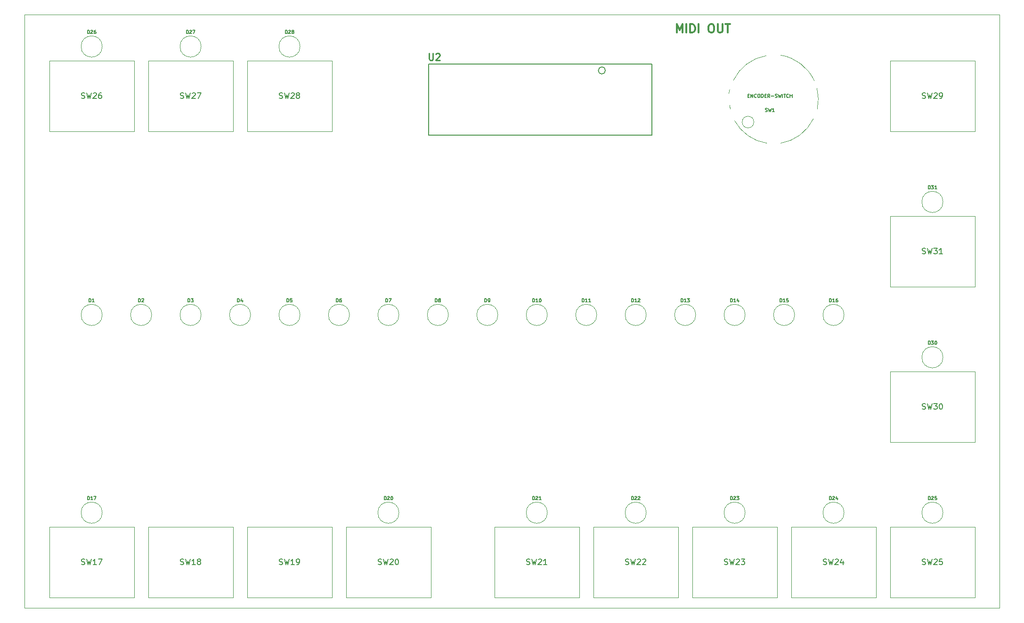
<source format=gbr>
G04 #@! TF.GenerationSoftware,KiCad,Pcbnew,(5.1.2)-1*
G04 #@! TF.CreationDate,2019-06-10T13:07:47+02:00*
G04 #@! TF.ProjectId,YASS_v3,59415353-5f76-4332-9e6b-696361645f70,rev?*
G04 #@! TF.SameCoordinates,Original*
G04 #@! TF.FileFunction,Legend,Top*
G04 #@! TF.FilePolarity,Positive*
%FSLAX46Y46*%
G04 Gerber Fmt 4.6, Leading zero omitted, Abs format (unit mm)*
G04 Created by KiCad (PCBNEW (5.1.2)-1) date 2019-06-10 13:07:47*
%MOMM*%
%LPD*%
G04 APERTURE LIST*
%ADD10C,0.300000*%
%ADD11C,0.050000*%
%ADD12C,0.120000*%
%ADD13C,0.127000*%
%ADD14C,0.150000*%
%ADD15C,0.254000*%
G04 APERTURE END LIST*
D10*
X185821428Y-51478571D02*
X185821428Y-49978571D01*
X186321428Y-51050000D01*
X186821428Y-49978571D01*
X186821428Y-51478571D01*
X187535714Y-51478571D02*
X187535714Y-49978571D01*
X188250000Y-51478571D02*
X188250000Y-49978571D01*
X188607142Y-49978571D01*
X188821428Y-50050000D01*
X188964285Y-50192857D01*
X189035714Y-50335714D01*
X189107142Y-50621428D01*
X189107142Y-50835714D01*
X189035714Y-51121428D01*
X188964285Y-51264285D01*
X188821428Y-51407142D01*
X188607142Y-51478571D01*
X188250000Y-51478571D01*
X189750000Y-51478571D02*
X189750000Y-49978571D01*
X191892857Y-49978571D02*
X192178571Y-49978571D01*
X192321428Y-50050000D01*
X192464285Y-50192857D01*
X192535714Y-50478571D01*
X192535714Y-50978571D01*
X192464285Y-51264285D01*
X192321428Y-51407142D01*
X192178571Y-51478571D01*
X191892857Y-51478571D01*
X191750000Y-51407142D01*
X191607142Y-51264285D01*
X191535714Y-50978571D01*
X191535714Y-50478571D01*
X191607142Y-50192857D01*
X191750000Y-50050000D01*
X191892857Y-49978571D01*
X193178571Y-49978571D02*
X193178571Y-51192857D01*
X193250000Y-51335714D01*
X193321428Y-51407142D01*
X193464285Y-51478571D01*
X193750000Y-51478571D01*
X193892857Y-51407142D01*
X193964285Y-51335714D01*
X194035714Y-51192857D01*
X194035714Y-49978571D01*
X194535714Y-49978571D02*
X195392857Y-49978571D01*
X194964285Y-51478571D02*
X194964285Y-49978571D01*
D11*
X68580000Y-154940000D02*
X68580000Y-48260000D01*
X243840000Y-154940000D02*
X68580000Y-154940000D01*
X68580000Y-48260000D02*
X243840000Y-48260000D01*
X243840000Y-48260000D02*
X243840000Y-154940000D01*
D12*
X199675269Y-67564000D02*
G75*
G03X199675269Y-67564000I-1047269J0D01*
G01*
X195455703Y-65248711D02*
G75*
G02X195326001Y-64515999I7744297J1748711D01*
G01*
X195194126Y-62466985D02*
G75*
G02X195326001Y-61722001I8005874J-1033015D01*
G01*
X196013826Y-60039990D02*
G75*
G02X201930001Y-55626001I7186174J-3460010D01*
G01*
X204446168Y-55524525D02*
G75*
G02X210565999Y-60198001I-1246168J-7975475D01*
G01*
X211016172Y-61482923D02*
G75*
G02X211073999Y-65277999I-7816172J-2017077D01*
G01*
X210386174Y-66960010D02*
G75*
G02X204469999Y-71373999I-7186174J3460010D01*
G01*
X201990153Y-71364005D02*
G75*
G02X196215001Y-67309999I1209847J7864005D01*
G01*
X108585000Y-69215000D02*
X108585000Y-56515000D01*
X123825000Y-69215000D02*
X108585000Y-69215000D01*
X123825000Y-56515000D02*
X123825000Y-69215000D01*
X108585000Y-56515000D02*
X123825000Y-56515000D01*
X109220000Y-56515000D02*
X123190000Y-56515000D01*
X224790000Y-56515000D02*
X238760000Y-56515000D01*
X224155000Y-56515000D02*
X239395000Y-56515000D01*
X239395000Y-56515000D02*
X239395000Y-69215000D01*
X239395000Y-69215000D02*
X224155000Y-69215000D01*
X224155000Y-69215000D02*
X224155000Y-56515000D01*
X224790000Y-112395000D02*
X238760000Y-112395000D01*
X224155000Y-112395000D02*
X239395000Y-112395000D01*
X239395000Y-112395000D02*
X239395000Y-125095000D01*
X239395000Y-125095000D02*
X224155000Y-125095000D01*
X224155000Y-125095000D02*
X224155000Y-112395000D01*
X224155000Y-97155000D02*
X224155000Y-84455000D01*
X239395000Y-97155000D02*
X224155000Y-97155000D01*
X239395000Y-84455000D02*
X239395000Y-97155000D01*
X224155000Y-84455000D02*
X239395000Y-84455000D01*
X224790000Y-84455000D02*
X238760000Y-84455000D01*
D13*
X172989240Y-58285380D02*
G75*
G03X172989240Y-58285380I-635000J0D01*
G01*
X181378860Y-57101740D02*
X181378860Y-69898260D01*
X141201140Y-69898260D02*
X181378860Y-69898260D01*
X141201140Y-57101740D02*
X181378860Y-57101740D01*
X141201140Y-57101740D02*
X141201140Y-69898260D01*
D12*
X90805000Y-153035000D02*
X90805000Y-140335000D01*
X106045000Y-153035000D02*
X90805000Y-153035000D01*
X106045000Y-140335000D02*
X106045000Y-153035000D01*
X90805000Y-140335000D02*
X106045000Y-140335000D01*
X91440000Y-140335000D02*
X105410000Y-140335000D01*
X153035000Y-153035000D02*
X153035000Y-140335000D01*
X168275000Y-153035000D02*
X153035000Y-153035000D01*
X168275000Y-140335000D02*
X168275000Y-153035000D01*
X153035000Y-140335000D02*
X168275000Y-140335000D01*
X153670000Y-140335000D02*
X167640000Y-140335000D01*
X109220000Y-140335000D02*
X123190000Y-140335000D01*
X108585000Y-140335000D02*
X123825000Y-140335000D01*
X123825000Y-140335000D02*
X123825000Y-153035000D01*
X123825000Y-153035000D02*
X108585000Y-153035000D01*
X108585000Y-153035000D02*
X108585000Y-140335000D01*
X127000000Y-140335000D02*
X140970000Y-140335000D01*
X126365000Y-140335000D02*
X141605000Y-140335000D01*
X141605000Y-140335000D02*
X141605000Y-153035000D01*
X141605000Y-153035000D02*
X126365000Y-153035000D01*
X126365000Y-153035000D02*
X126365000Y-140335000D01*
X171450000Y-140335000D02*
X185420000Y-140335000D01*
X170815000Y-140335000D02*
X186055000Y-140335000D01*
X186055000Y-140335000D02*
X186055000Y-153035000D01*
X186055000Y-153035000D02*
X170815000Y-153035000D01*
X170815000Y-153035000D02*
X170815000Y-140335000D01*
X207010000Y-140335000D02*
X220980000Y-140335000D01*
X206375000Y-140335000D02*
X221615000Y-140335000D01*
X221615000Y-140335000D02*
X221615000Y-153035000D01*
X221615000Y-153035000D02*
X206375000Y-153035000D01*
X206375000Y-153035000D02*
X206375000Y-140335000D01*
X224155000Y-153035000D02*
X224155000Y-140335000D01*
X239395000Y-153035000D02*
X224155000Y-153035000D01*
X239395000Y-140335000D02*
X239395000Y-153035000D01*
X224155000Y-140335000D02*
X239395000Y-140335000D01*
X224790000Y-140335000D02*
X238760000Y-140335000D01*
X73660000Y-56515000D02*
X87630000Y-56515000D01*
X73025000Y-56515000D02*
X88265000Y-56515000D01*
X88265000Y-56515000D02*
X88265000Y-69215000D01*
X88265000Y-69215000D02*
X73025000Y-69215000D01*
X73025000Y-69215000D02*
X73025000Y-56515000D01*
X90805000Y-69215000D02*
X90805000Y-56515000D01*
X106045000Y-69215000D02*
X90805000Y-69215000D01*
X106045000Y-56515000D02*
X106045000Y-69215000D01*
X90805000Y-56515000D02*
X106045000Y-56515000D01*
X91440000Y-56515000D02*
X105410000Y-56515000D01*
X188595000Y-153035000D02*
X188595000Y-140335000D01*
X203835000Y-153035000D02*
X188595000Y-153035000D01*
X203835000Y-140335000D02*
X203835000Y-153035000D01*
X188595000Y-140335000D02*
X203835000Y-140335000D01*
X189230000Y-140335000D02*
X203200000Y-140335000D01*
X73660000Y-140335000D02*
X87630000Y-140335000D01*
X73025000Y-140335000D02*
X88265000Y-140335000D01*
X88265000Y-140335000D02*
X88265000Y-153035000D01*
X88265000Y-153035000D02*
X73025000Y-153035000D01*
X73025000Y-153035000D02*
X73025000Y-140335000D01*
X198120000Y-137795000D02*
G75*
G03X198120000Y-137795000I-1905000J0D01*
G01*
X162560000Y-137795000D02*
G75*
G03X162560000Y-137795000I-1905000J0D01*
G01*
X233680000Y-81915000D02*
G75*
G03X233680000Y-81915000I-1905000J0D01*
G01*
X180340000Y-102235000D02*
G75*
G03X180340000Y-102235000I-1905000J0D01*
G01*
X82550000Y-137795000D02*
G75*
G03X82550000Y-137795000I-1905000J0D01*
G01*
X82550000Y-53975000D02*
G75*
G03X82550000Y-53975000I-1905000J0D01*
G01*
X180340000Y-137795000D02*
G75*
G03X180340000Y-137795000I-1905000J0D01*
G01*
X207010000Y-102235000D02*
G75*
G03X207010000Y-102235000I-1905000J0D01*
G01*
X100330000Y-53975000D02*
G75*
G03X100330000Y-53975000I-1905000J0D01*
G01*
X135890000Y-137795000D02*
G75*
G03X135890000Y-137795000I-1905000J0D01*
G01*
X233680000Y-109855000D02*
G75*
G03X233680000Y-109855000I-1905000J0D01*
G01*
X215900000Y-137795000D02*
G75*
G03X215900000Y-137795000I-1905000J0D01*
G01*
X233680000Y-137795000D02*
G75*
G03X233680000Y-137795000I-1905000J0D01*
G01*
X118110000Y-53975000D02*
G75*
G03X118110000Y-53975000I-1905000J0D01*
G01*
X215900000Y-102235000D02*
G75*
G03X215900000Y-102235000I-1905000J0D01*
G01*
X82550000Y-102235000D02*
G75*
G03X82550000Y-102235000I-1905000J0D01*
G01*
X91440000Y-102235000D02*
G75*
G03X91440000Y-102235000I-1905000J0D01*
G01*
X109220000Y-102235000D02*
G75*
G03X109220000Y-102235000I-1905000J0D01*
G01*
X127000000Y-102235000D02*
G75*
G03X127000000Y-102235000I-1905000J0D01*
G01*
X135890000Y-102235000D02*
G75*
G03X135890000Y-102235000I-1905000J0D01*
G01*
X144780000Y-102235000D02*
G75*
G03X144780000Y-102235000I-1905000J0D01*
G01*
X162560000Y-102235000D02*
G75*
G03X162560000Y-102235000I-1905000J0D01*
G01*
X153670000Y-102235000D02*
G75*
G03X153670000Y-102235000I-1905000J0D01*
G01*
X171450000Y-102235000D02*
G75*
G03X171450000Y-102235000I-1905000J0D01*
G01*
X118110000Y-102235000D02*
G75*
G03X118110000Y-102235000I-1905000J0D01*
G01*
X189230000Y-102235000D02*
G75*
G03X189230000Y-102235000I-1905000J0D01*
G01*
X198120000Y-102235000D02*
G75*
G03X198120000Y-102235000I-1905000J0D01*
G01*
X100330000Y-102235000D02*
G75*
G03X100330000Y-102235000I-1905000J0D01*
G01*
D13*
X201752200Y-65651742D02*
X201839285Y-65680771D01*
X201984428Y-65680771D01*
X202042485Y-65651742D01*
X202071514Y-65622714D01*
X202100542Y-65564657D01*
X202100542Y-65506600D01*
X202071514Y-65448542D01*
X202042485Y-65419514D01*
X201984428Y-65390485D01*
X201868314Y-65361457D01*
X201810257Y-65332428D01*
X201781228Y-65303400D01*
X201752200Y-65245342D01*
X201752200Y-65187285D01*
X201781228Y-65129228D01*
X201810257Y-65100200D01*
X201868314Y-65071171D01*
X202013457Y-65071171D01*
X202100542Y-65100200D01*
X202303742Y-65071171D02*
X202448885Y-65680771D01*
X202565000Y-65245342D01*
X202681114Y-65680771D01*
X202826257Y-65071171D01*
X203377800Y-65680771D02*
X203029457Y-65680771D01*
X203203628Y-65680771D02*
X203203628Y-65071171D01*
X203145571Y-65158257D01*
X203087514Y-65216314D01*
X203029457Y-65245342D01*
X198588085Y-62821457D02*
X198791285Y-62821457D01*
X198878371Y-63140771D02*
X198588085Y-63140771D01*
X198588085Y-62531171D01*
X198878371Y-62531171D01*
X199139628Y-63140771D02*
X199139628Y-62531171D01*
X199487971Y-63140771D01*
X199487971Y-62531171D01*
X200126600Y-63082714D02*
X200097571Y-63111742D01*
X200010485Y-63140771D01*
X199952428Y-63140771D01*
X199865342Y-63111742D01*
X199807285Y-63053685D01*
X199778257Y-62995628D01*
X199749228Y-62879514D01*
X199749228Y-62792428D01*
X199778257Y-62676314D01*
X199807285Y-62618257D01*
X199865342Y-62560200D01*
X199952428Y-62531171D01*
X200010485Y-62531171D01*
X200097571Y-62560200D01*
X200126600Y-62589228D01*
X200503971Y-62531171D02*
X200620085Y-62531171D01*
X200678142Y-62560200D01*
X200736200Y-62618257D01*
X200765228Y-62734371D01*
X200765228Y-62937571D01*
X200736200Y-63053685D01*
X200678142Y-63111742D01*
X200620085Y-63140771D01*
X200503971Y-63140771D01*
X200445914Y-63111742D01*
X200387857Y-63053685D01*
X200358828Y-62937571D01*
X200358828Y-62734371D01*
X200387857Y-62618257D01*
X200445914Y-62560200D01*
X200503971Y-62531171D01*
X201026485Y-63140771D02*
X201026485Y-62531171D01*
X201171628Y-62531171D01*
X201258714Y-62560200D01*
X201316771Y-62618257D01*
X201345800Y-62676314D01*
X201374828Y-62792428D01*
X201374828Y-62879514D01*
X201345800Y-62995628D01*
X201316771Y-63053685D01*
X201258714Y-63111742D01*
X201171628Y-63140771D01*
X201026485Y-63140771D01*
X201636085Y-62821457D02*
X201839285Y-62821457D01*
X201926371Y-63140771D02*
X201636085Y-63140771D01*
X201636085Y-62531171D01*
X201926371Y-62531171D01*
X202535971Y-63140771D02*
X202332771Y-62850485D01*
X202187628Y-63140771D02*
X202187628Y-62531171D01*
X202419857Y-62531171D01*
X202477914Y-62560200D01*
X202506942Y-62589228D01*
X202535971Y-62647285D01*
X202535971Y-62734371D01*
X202506942Y-62792428D01*
X202477914Y-62821457D01*
X202419857Y-62850485D01*
X202187628Y-62850485D01*
X202797228Y-62908542D02*
X203261685Y-62908542D01*
X203522942Y-63111742D02*
X203610028Y-63140771D01*
X203755171Y-63140771D01*
X203813228Y-63111742D01*
X203842257Y-63082714D01*
X203871285Y-63024657D01*
X203871285Y-62966600D01*
X203842257Y-62908542D01*
X203813228Y-62879514D01*
X203755171Y-62850485D01*
X203639057Y-62821457D01*
X203581000Y-62792428D01*
X203551971Y-62763400D01*
X203522942Y-62705342D01*
X203522942Y-62647285D01*
X203551971Y-62589228D01*
X203581000Y-62560200D01*
X203639057Y-62531171D01*
X203784200Y-62531171D01*
X203871285Y-62560200D01*
X204074485Y-62531171D02*
X204219628Y-63140771D01*
X204335742Y-62705342D01*
X204451857Y-63140771D01*
X204597000Y-62531171D01*
X204829228Y-63140771D02*
X204829228Y-62531171D01*
X205032428Y-62531171D02*
X205380771Y-62531171D01*
X205206600Y-63140771D02*
X205206600Y-62531171D01*
X205932314Y-63082714D02*
X205903285Y-63111742D01*
X205816200Y-63140771D01*
X205758142Y-63140771D01*
X205671057Y-63111742D01*
X205613000Y-63053685D01*
X205583971Y-62995628D01*
X205554942Y-62879514D01*
X205554942Y-62792428D01*
X205583971Y-62676314D01*
X205613000Y-62618257D01*
X205671057Y-62560200D01*
X205758142Y-62531171D01*
X205816200Y-62531171D01*
X205903285Y-62560200D01*
X205932314Y-62589228D01*
X206193571Y-63140771D02*
X206193571Y-62531171D01*
X206193571Y-62821457D02*
X206541914Y-62821457D01*
X206541914Y-63140771D02*
X206541914Y-62531171D01*
D14*
X114395476Y-63269761D02*
X114538333Y-63317380D01*
X114776428Y-63317380D01*
X114871666Y-63269761D01*
X114919285Y-63222142D01*
X114966904Y-63126904D01*
X114966904Y-63031666D01*
X114919285Y-62936428D01*
X114871666Y-62888809D01*
X114776428Y-62841190D01*
X114585952Y-62793571D01*
X114490714Y-62745952D01*
X114443095Y-62698333D01*
X114395476Y-62603095D01*
X114395476Y-62507857D01*
X114443095Y-62412619D01*
X114490714Y-62365000D01*
X114585952Y-62317380D01*
X114824047Y-62317380D01*
X114966904Y-62365000D01*
X115300238Y-62317380D02*
X115538333Y-63317380D01*
X115728809Y-62603095D01*
X115919285Y-63317380D01*
X116157380Y-62317380D01*
X116490714Y-62412619D02*
X116538333Y-62365000D01*
X116633571Y-62317380D01*
X116871666Y-62317380D01*
X116966904Y-62365000D01*
X117014523Y-62412619D01*
X117062142Y-62507857D01*
X117062142Y-62603095D01*
X117014523Y-62745952D01*
X116443095Y-63317380D01*
X117062142Y-63317380D01*
X117633571Y-62745952D02*
X117538333Y-62698333D01*
X117490714Y-62650714D01*
X117443095Y-62555476D01*
X117443095Y-62507857D01*
X117490714Y-62412619D01*
X117538333Y-62365000D01*
X117633571Y-62317380D01*
X117824047Y-62317380D01*
X117919285Y-62365000D01*
X117966904Y-62412619D01*
X118014523Y-62507857D01*
X118014523Y-62555476D01*
X117966904Y-62650714D01*
X117919285Y-62698333D01*
X117824047Y-62745952D01*
X117633571Y-62745952D01*
X117538333Y-62793571D01*
X117490714Y-62841190D01*
X117443095Y-62936428D01*
X117443095Y-63126904D01*
X117490714Y-63222142D01*
X117538333Y-63269761D01*
X117633571Y-63317380D01*
X117824047Y-63317380D01*
X117919285Y-63269761D01*
X117966904Y-63222142D01*
X118014523Y-63126904D01*
X118014523Y-62936428D01*
X117966904Y-62841190D01*
X117919285Y-62793571D01*
X117824047Y-62745952D01*
X229965476Y-63269761D02*
X230108333Y-63317380D01*
X230346428Y-63317380D01*
X230441666Y-63269761D01*
X230489285Y-63222142D01*
X230536904Y-63126904D01*
X230536904Y-63031666D01*
X230489285Y-62936428D01*
X230441666Y-62888809D01*
X230346428Y-62841190D01*
X230155952Y-62793571D01*
X230060714Y-62745952D01*
X230013095Y-62698333D01*
X229965476Y-62603095D01*
X229965476Y-62507857D01*
X230013095Y-62412619D01*
X230060714Y-62365000D01*
X230155952Y-62317380D01*
X230394047Y-62317380D01*
X230536904Y-62365000D01*
X230870238Y-62317380D02*
X231108333Y-63317380D01*
X231298809Y-62603095D01*
X231489285Y-63317380D01*
X231727380Y-62317380D01*
X232060714Y-62412619D02*
X232108333Y-62365000D01*
X232203571Y-62317380D01*
X232441666Y-62317380D01*
X232536904Y-62365000D01*
X232584523Y-62412619D01*
X232632142Y-62507857D01*
X232632142Y-62603095D01*
X232584523Y-62745952D01*
X232013095Y-63317380D01*
X232632142Y-63317380D01*
X233108333Y-63317380D02*
X233298809Y-63317380D01*
X233394047Y-63269761D01*
X233441666Y-63222142D01*
X233536904Y-63079285D01*
X233584523Y-62888809D01*
X233584523Y-62507857D01*
X233536904Y-62412619D01*
X233489285Y-62365000D01*
X233394047Y-62317380D01*
X233203571Y-62317380D01*
X233108333Y-62365000D01*
X233060714Y-62412619D01*
X233013095Y-62507857D01*
X233013095Y-62745952D01*
X233060714Y-62841190D01*
X233108333Y-62888809D01*
X233203571Y-62936428D01*
X233394047Y-62936428D01*
X233489285Y-62888809D01*
X233536904Y-62841190D01*
X233584523Y-62745952D01*
X229965476Y-119149761D02*
X230108333Y-119197380D01*
X230346428Y-119197380D01*
X230441666Y-119149761D01*
X230489285Y-119102142D01*
X230536904Y-119006904D01*
X230536904Y-118911666D01*
X230489285Y-118816428D01*
X230441666Y-118768809D01*
X230346428Y-118721190D01*
X230155952Y-118673571D01*
X230060714Y-118625952D01*
X230013095Y-118578333D01*
X229965476Y-118483095D01*
X229965476Y-118387857D01*
X230013095Y-118292619D01*
X230060714Y-118245000D01*
X230155952Y-118197380D01*
X230394047Y-118197380D01*
X230536904Y-118245000D01*
X230870238Y-118197380D02*
X231108333Y-119197380D01*
X231298809Y-118483095D01*
X231489285Y-119197380D01*
X231727380Y-118197380D01*
X232013095Y-118197380D02*
X232632142Y-118197380D01*
X232298809Y-118578333D01*
X232441666Y-118578333D01*
X232536904Y-118625952D01*
X232584523Y-118673571D01*
X232632142Y-118768809D01*
X232632142Y-119006904D01*
X232584523Y-119102142D01*
X232536904Y-119149761D01*
X232441666Y-119197380D01*
X232155952Y-119197380D01*
X232060714Y-119149761D01*
X232013095Y-119102142D01*
X233251190Y-118197380D02*
X233346428Y-118197380D01*
X233441666Y-118245000D01*
X233489285Y-118292619D01*
X233536904Y-118387857D01*
X233584523Y-118578333D01*
X233584523Y-118816428D01*
X233536904Y-119006904D01*
X233489285Y-119102142D01*
X233441666Y-119149761D01*
X233346428Y-119197380D01*
X233251190Y-119197380D01*
X233155952Y-119149761D01*
X233108333Y-119102142D01*
X233060714Y-119006904D01*
X233013095Y-118816428D01*
X233013095Y-118578333D01*
X233060714Y-118387857D01*
X233108333Y-118292619D01*
X233155952Y-118245000D01*
X233251190Y-118197380D01*
X229965476Y-91209761D02*
X230108333Y-91257380D01*
X230346428Y-91257380D01*
X230441666Y-91209761D01*
X230489285Y-91162142D01*
X230536904Y-91066904D01*
X230536904Y-90971666D01*
X230489285Y-90876428D01*
X230441666Y-90828809D01*
X230346428Y-90781190D01*
X230155952Y-90733571D01*
X230060714Y-90685952D01*
X230013095Y-90638333D01*
X229965476Y-90543095D01*
X229965476Y-90447857D01*
X230013095Y-90352619D01*
X230060714Y-90305000D01*
X230155952Y-90257380D01*
X230394047Y-90257380D01*
X230536904Y-90305000D01*
X230870238Y-90257380D02*
X231108333Y-91257380D01*
X231298809Y-90543095D01*
X231489285Y-91257380D01*
X231727380Y-90257380D01*
X232013095Y-90257380D02*
X232632142Y-90257380D01*
X232298809Y-90638333D01*
X232441666Y-90638333D01*
X232536904Y-90685952D01*
X232584523Y-90733571D01*
X232632142Y-90828809D01*
X232632142Y-91066904D01*
X232584523Y-91162142D01*
X232536904Y-91209761D01*
X232441666Y-91257380D01*
X232155952Y-91257380D01*
X232060714Y-91209761D01*
X232013095Y-91162142D01*
X233584523Y-91257380D02*
X233013095Y-91257380D01*
X233298809Y-91257380D02*
X233298809Y-90257380D01*
X233203571Y-90400238D01*
X233108333Y-90495476D01*
X233013095Y-90543095D01*
D15*
X141311085Y-55212342D02*
X141311085Y-56199314D01*
X141369142Y-56315428D01*
X141427200Y-56373485D01*
X141543314Y-56431542D01*
X141775542Y-56431542D01*
X141891657Y-56373485D01*
X141949714Y-56315428D01*
X142007771Y-56199314D01*
X142007771Y-55212342D01*
X142530285Y-55328457D02*
X142588342Y-55270400D01*
X142704457Y-55212342D01*
X142994742Y-55212342D01*
X143110857Y-55270400D01*
X143168914Y-55328457D01*
X143226971Y-55444571D01*
X143226971Y-55560685D01*
X143168914Y-55734857D01*
X142472228Y-56431542D01*
X143226971Y-56431542D01*
D14*
X96615476Y-147089761D02*
X96758333Y-147137380D01*
X96996428Y-147137380D01*
X97091666Y-147089761D01*
X97139285Y-147042142D01*
X97186904Y-146946904D01*
X97186904Y-146851666D01*
X97139285Y-146756428D01*
X97091666Y-146708809D01*
X96996428Y-146661190D01*
X96805952Y-146613571D01*
X96710714Y-146565952D01*
X96663095Y-146518333D01*
X96615476Y-146423095D01*
X96615476Y-146327857D01*
X96663095Y-146232619D01*
X96710714Y-146185000D01*
X96805952Y-146137380D01*
X97044047Y-146137380D01*
X97186904Y-146185000D01*
X97520238Y-146137380D02*
X97758333Y-147137380D01*
X97948809Y-146423095D01*
X98139285Y-147137380D01*
X98377380Y-146137380D01*
X99282142Y-147137380D02*
X98710714Y-147137380D01*
X98996428Y-147137380D02*
X98996428Y-146137380D01*
X98901190Y-146280238D01*
X98805952Y-146375476D01*
X98710714Y-146423095D01*
X99853571Y-146565952D02*
X99758333Y-146518333D01*
X99710714Y-146470714D01*
X99663095Y-146375476D01*
X99663095Y-146327857D01*
X99710714Y-146232619D01*
X99758333Y-146185000D01*
X99853571Y-146137380D01*
X100044047Y-146137380D01*
X100139285Y-146185000D01*
X100186904Y-146232619D01*
X100234523Y-146327857D01*
X100234523Y-146375476D01*
X100186904Y-146470714D01*
X100139285Y-146518333D01*
X100044047Y-146565952D01*
X99853571Y-146565952D01*
X99758333Y-146613571D01*
X99710714Y-146661190D01*
X99663095Y-146756428D01*
X99663095Y-146946904D01*
X99710714Y-147042142D01*
X99758333Y-147089761D01*
X99853571Y-147137380D01*
X100044047Y-147137380D01*
X100139285Y-147089761D01*
X100186904Y-147042142D01*
X100234523Y-146946904D01*
X100234523Y-146756428D01*
X100186904Y-146661190D01*
X100139285Y-146613571D01*
X100044047Y-146565952D01*
X158845476Y-147089761D02*
X158988333Y-147137380D01*
X159226428Y-147137380D01*
X159321666Y-147089761D01*
X159369285Y-147042142D01*
X159416904Y-146946904D01*
X159416904Y-146851666D01*
X159369285Y-146756428D01*
X159321666Y-146708809D01*
X159226428Y-146661190D01*
X159035952Y-146613571D01*
X158940714Y-146565952D01*
X158893095Y-146518333D01*
X158845476Y-146423095D01*
X158845476Y-146327857D01*
X158893095Y-146232619D01*
X158940714Y-146185000D01*
X159035952Y-146137380D01*
X159274047Y-146137380D01*
X159416904Y-146185000D01*
X159750238Y-146137380D02*
X159988333Y-147137380D01*
X160178809Y-146423095D01*
X160369285Y-147137380D01*
X160607380Y-146137380D01*
X160940714Y-146232619D02*
X160988333Y-146185000D01*
X161083571Y-146137380D01*
X161321666Y-146137380D01*
X161416904Y-146185000D01*
X161464523Y-146232619D01*
X161512142Y-146327857D01*
X161512142Y-146423095D01*
X161464523Y-146565952D01*
X160893095Y-147137380D01*
X161512142Y-147137380D01*
X162464523Y-147137380D02*
X161893095Y-147137380D01*
X162178809Y-147137380D02*
X162178809Y-146137380D01*
X162083571Y-146280238D01*
X161988333Y-146375476D01*
X161893095Y-146423095D01*
X114395476Y-147089761D02*
X114538333Y-147137380D01*
X114776428Y-147137380D01*
X114871666Y-147089761D01*
X114919285Y-147042142D01*
X114966904Y-146946904D01*
X114966904Y-146851666D01*
X114919285Y-146756428D01*
X114871666Y-146708809D01*
X114776428Y-146661190D01*
X114585952Y-146613571D01*
X114490714Y-146565952D01*
X114443095Y-146518333D01*
X114395476Y-146423095D01*
X114395476Y-146327857D01*
X114443095Y-146232619D01*
X114490714Y-146185000D01*
X114585952Y-146137380D01*
X114824047Y-146137380D01*
X114966904Y-146185000D01*
X115300238Y-146137380D02*
X115538333Y-147137380D01*
X115728809Y-146423095D01*
X115919285Y-147137380D01*
X116157380Y-146137380D01*
X117062142Y-147137380D02*
X116490714Y-147137380D01*
X116776428Y-147137380D02*
X116776428Y-146137380D01*
X116681190Y-146280238D01*
X116585952Y-146375476D01*
X116490714Y-146423095D01*
X117538333Y-147137380D02*
X117728809Y-147137380D01*
X117824047Y-147089761D01*
X117871666Y-147042142D01*
X117966904Y-146899285D01*
X118014523Y-146708809D01*
X118014523Y-146327857D01*
X117966904Y-146232619D01*
X117919285Y-146185000D01*
X117824047Y-146137380D01*
X117633571Y-146137380D01*
X117538333Y-146185000D01*
X117490714Y-146232619D01*
X117443095Y-146327857D01*
X117443095Y-146565952D01*
X117490714Y-146661190D01*
X117538333Y-146708809D01*
X117633571Y-146756428D01*
X117824047Y-146756428D01*
X117919285Y-146708809D01*
X117966904Y-146661190D01*
X118014523Y-146565952D01*
X132175476Y-147089761D02*
X132318333Y-147137380D01*
X132556428Y-147137380D01*
X132651666Y-147089761D01*
X132699285Y-147042142D01*
X132746904Y-146946904D01*
X132746904Y-146851666D01*
X132699285Y-146756428D01*
X132651666Y-146708809D01*
X132556428Y-146661190D01*
X132365952Y-146613571D01*
X132270714Y-146565952D01*
X132223095Y-146518333D01*
X132175476Y-146423095D01*
X132175476Y-146327857D01*
X132223095Y-146232619D01*
X132270714Y-146185000D01*
X132365952Y-146137380D01*
X132604047Y-146137380D01*
X132746904Y-146185000D01*
X133080238Y-146137380D02*
X133318333Y-147137380D01*
X133508809Y-146423095D01*
X133699285Y-147137380D01*
X133937380Y-146137380D01*
X134270714Y-146232619D02*
X134318333Y-146185000D01*
X134413571Y-146137380D01*
X134651666Y-146137380D01*
X134746904Y-146185000D01*
X134794523Y-146232619D01*
X134842142Y-146327857D01*
X134842142Y-146423095D01*
X134794523Y-146565952D01*
X134223095Y-147137380D01*
X134842142Y-147137380D01*
X135461190Y-146137380D02*
X135556428Y-146137380D01*
X135651666Y-146185000D01*
X135699285Y-146232619D01*
X135746904Y-146327857D01*
X135794523Y-146518333D01*
X135794523Y-146756428D01*
X135746904Y-146946904D01*
X135699285Y-147042142D01*
X135651666Y-147089761D01*
X135556428Y-147137380D01*
X135461190Y-147137380D01*
X135365952Y-147089761D01*
X135318333Y-147042142D01*
X135270714Y-146946904D01*
X135223095Y-146756428D01*
X135223095Y-146518333D01*
X135270714Y-146327857D01*
X135318333Y-146232619D01*
X135365952Y-146185000D01*
X135461190Y-146137380D01*
X176625476Y-147089761D02*
X176768333Y-147137380D01*
X177006428Y-147137380D01*
X177101666Y-147089761D01*
X177149285Y-147042142D01*
X177196904Y-146946904D01*
X177196904Y-146851666D01*
X177149285Y-146756428D01*
X177101666Y-146708809D01*
X177006428Y-146661190D01*
X176815952Y-146613571D01*
X176720714Y-146565952D01*
X176673095Y-146518333D01*
X176625476Y-146423095D01*
X176625476Y-146327857D01*
X176673095Y-146232619D01*
X176720714Y-146185000D01*
X176815952Y-146137380D01*
X177054047Y-146137380D01*
X177196904Y-146185000D01*
X177530238Y-146137380D02*
X177768333Y-147137380D01*
X177958809Y-146423095D01*
X178149285Y-147137380D01*
X178387380Y-146137380D01*
X178720714Y-146232619D02*
X178768333Y-146185000D01*
X178863571Y-146137380D01*
X179101666Y-146137380D01*
X179196904Y-146185000D01*
X179244523Y-146232619D01*
X179292142Y-146327857D01*
X179292142Y-146423095D01*
X179244523Y-146565952D01*
X178673095Y-147137380D01*
X179292142Y-147137380D01*
X179673095Y-146232619D02*
X179720714Y-146185000D01*
X179815952Y-146137380D01*
X180054047Y-146137380D01*
X180149285Y-146185000D01*
X180196904Y-146232619D01*
X180244523Y-146327857D01*
X180244523Y-146423095D01*
X180196904Y-146565952D01*
X179625476Y-147137380D01*
X180244523Y-147137380D01*
X212185476Y-147089761D02*
X212328333Y-147137380D01*
X212566428Y-147137380D01*
X212661666Y-147089761D01*
X212709285Y-147042142D01*
X212756904Y-146946904D01*
X212756904Y-146851666D01*
X212709285Y-146756428D01*
X212661666Y-146708809D01*
X212566428Y-146661190D01*
X212375952Y-146613571D01*
X212280714Y-146565952D01*
X212233095Y-146518333D01*
X212185476Y-146423095D01*
X212185476Y-146327857D01*
X212233095Y-146232619D01*
X212280714Y-146185000D01*
X212375952Y-146137380D01*
X212614047Y-146137380D01*
X212756904Y-146185000D01*
X213090238Y-146137380D02*
X213328333Y-147137380D01*
X213518809Y-146423095D01*
X213709285Y-147137380D01*
X213947380Y-146137380D01*
X214280714Y-146232619D02*
X214328333Y-146185000D01*
X214423571Y-146137380D01*
X214661666Y-146137380D01*
X214756904Y-146185000D01*
X214804523Y-146232619D01*
X214852142Y-146327857D01*
X214852142Y-146423095D01*
X214804523Y-146565952D01*
X214233095Y-147137380D01*
X214852142Y-147137380D01*
X215709285Y-146470714D02*
X215709285Y-147137380D01*
X215471190Y-146089761D02*
X215233095Y-146804047D01*
X215852142Y-146804047D01*
X229965476Y-147089761D02*
X230108333Y-147137380D01*
X230346428Y-147137380D01*
X230441666Y-147089761D01*
X230489285Y-147042142D01*
X230536904Y-146946904D01*
X230536904Y-146851666D01*
X230489285Y-146756428D01*
X230441666Y-146708809D01*
X230346428Y-146661190D01*
X230155952Y-146613571D01*
X230060714Y-146565952D01*
X230013095Y-146518333D01*
X229965476Y-146423095D01*
X229965476Y-146327857D01*
X230013095Y-146232619D01*
X230060714Y-146185000D01*
X230155952Y-146137380D01*
X230394047Y-146137380D01*
X230536904Y-146185000D01*
X230870238Y-146137380D02*
X231108333Y-147137380D01*
X231298809Y-146423095D01*
X231489285Y-147137380D01*
X231727380Y-146137380D01*
X232060714Y-146232619D02*
X232108333Y-146185000D01*
X232203571Y-146137380D01*
X232441666Y-146137380D01*
X232536904Y-146185000D01*
X232584523Y-146232619D01*
X232632142Y-146327857D01*
X232632142Y-146423095D01*
X232584523Y-146565952D01*
X232013095Y-147137380D01*
X232632142Y-147137380D01*
X233536904Y-146137380D02*
X233060714Y-146137380D01*
X233013095Y-146613571D01*
X233060714Y-146565952D01*
X233155952Y-146518333D01*
X233394047Y-146518333D01*
X233489285Y-146565952D01*
X233536904Y-146613571D01*
X233584523Y-146708809D01*
X233584523Y-146946904D01*
X233536904Y-147042142D01*
X233489285Y-147089761D01*
X233394047Y-147137380D01*
X233155952Y-147137380D01*
X233060714Y-147089761D01*
X233013095Y-147042142D01*
X78835476Y-63269761D02*
X78978333Y-63317380D01*
X79216428Y-63317380D01*
X79311666Y-63269761D01*
X79359285Y-63222142D01*
X79406904Y-63126904D01*
X79406904Y-63031666D01*
X79359285Y-62936428D01*
X79311666Y-62888809D01*
X79216428Y-62841190D01*
X79025952Y-62793571D01*
X78930714Y-62745952D01*
X78883095Y-62698333D01*
X78835476Y-62603095D01*
X78835476Y-62507857D01*
X78883095Y-62412619D01*
X78930714Y-62365000D01*
X79025952Y-62317380D01*
X79264047Y-62317380D01*
X79406904Y-62365000D01*
X79740238Y-62317380D02*
X79978333Y-63317380D01*
X80168809Y-62603095D01*
X80359285Y-63317380D01*
X80597380Y-62317380D01*
X80930714Y-62412619D02*
X80978333Y-62365000D01*
X81073571Y-62317380D01*
X81311666Y-62317380D01*
X81406904Y-62365000D01*
X81454523Y-62412619D01*
X81502142Y-62507857D01*
X81502142Y-62603095D01*
X81454523Y-62745952D01*
X80883095Y-63317380D01*
X81502142Y-63317380D01*
X82359285Y-62317380D02*
X82168809Y-62317380D01*
X82073571Y-62365000D01*
X82025952Y-62412619D01*
X81930714Y-62555476D01*
X81883095Y-62745952D01*
X81883095Y-63126904D01*
X81930714Y-63222142D01*
X81978333Y-63269761D01*
X82073571Y-63317380D01*
X82264047Y-63317380D01*
X82359285Y-63269761D01*
X82406904Y-63222142D01*
X82454523Y-63126904D01*
X82454523Y-62888809D01*
X82406904Y-62793571D01*
X82359285Y-62745952D01*
X82264047Y-62698333D01*
X82073571Y-62698333D01*
X81978333Y-62745952D01*
X81930714Y-62793571D01*
X81883095Y-62888809D01*
X96615476Y-63269761D02*
X96758333Y-63317380D01*
X96996428Y-63317380D01*
X97091666Y-63269761D01*
X97139285Y-63222142D01*
X97186904Y-63126904D01*
X97186904Y-63031666D01*
X97139285Y-62936428D01*
X97091666Y-62888809D01*
X96996428Y-62841190D01*
X96805952Y-62793571D01*
X96710714Y-62745952D01*
X96663095Y-62698333D01*
X96615476Y-62603095D01*
X96615476Y-62507857D01*
X96663095Y-62412619D01*
X96710714Y-62365000D01*
X96805952Y-62317380D01*
X97044047Y-62317380D01*
X97186904Y-62365000D01*
X97520238Y-62317380D02*
X97758333Y-63317380D01*
X97948809Y-62603095D01*
X98139285Y-63317380D01*
X98377380Y-62317380D01*
X98710714Y-62412619D02*
X98758333Y-62365000D01*
X98853571Y-62317380D01*
X99091666Y-62317380D01*
X99186904Y-62365000D01*
X99234523Y-62412619D01*
X99282142Y-62507857D01*
X99282142Y-62603095D01*
X99234523Y-62745952D01*
X98663095Y-63317380D01*
X99282142Y-63317380D01*
X99615476Y-62317380D02*
X100282142Y-62317380D01*
X99853571Y-63317380D01*
X194405476Y-147089761D02*
X194548333Y-147137380D01*
X194786428Y-147137380D01*
X194881666Y-147089761D01*
X194929285Y-147042142D01*
X194976904Y-146946904D01*
X194976904Y-146851666D01*
X194929285Y-146756428D01*
X194881666Y-146708809D01*
X194786428Y-146661190D01*
X194595952Y-146613571D01*
X194500714Y-146565952D01*
X194453095Y-146518333D01*
X194405476Y-146423095D01*
X194405476Y-146327857D01*
X194453095Y-146232619D01*
X194500714Y-146185000D01*
X194595952Y-146137380D01*
X194834047Y-146137380D01*
X194976904Y-146185000D01*
X195310238Y-146137380D02*
X195548333Y-147137380D01*
X195738809Y-146423095D01*
X195929285Y-147137380D01*
X196167380Y-146137380D01*
X196500714Y-146232619D02*
X196548333Y-146185000D01*
X196643571Y-146137380D01*
X196881666Y-146137380D01*
X196976904Y-146185000D01*
X197024523Y-146232619D01*
X197072142Y-146327857D01*
X197072142Y-146423095D01*
X197024523Y-146565952D01*
X196453095Y-147137380D01*
X197072142Y-147137380D01*
X197405476Y-146137380D02*
X198024523Y-146137380D01*
X197691190Y-146518333D01*
X197834047Y-146518333D01*
X197929285Y-146565952D01*
X197976904Y-146613571D01*
X198024523Y-146708809D01*
X198024523Y-146946904D01*
X197976904Y-147042142D01*
X197929285Y-147089761D01*
X197834047Y-147137380D01*
X197548333Y-147137380D01*
X197453095Y-147089761D01*
X197405476Y-147042142D01*
X78835476Y-147089761D02*
X78978333Y-147137380D01*
X79216428Y-147137380D01*
X79311666Y-147089761D01*
X79359285Y-147042142D01*
X79406904Y-146946904D01*
X79406904Y-146851666D01*
X79359285Y-146756428D01*
X79311666Y-146708809D01*
X79216428Y-146661190D01*
X79025952Y-146613571D01*
X78930714Y-146565952D01*
X78883095Y-146518333D01*
X78835476Y-146423095D01*
X78835476Y-146327857D01*
X78883095Y-146232619D01*
X78930714Y-146185000D01*
X79025952Y-146137380D01*
X79264047Y-146137380D01*
X79406904Y-146185000D01*
X79740238Y-146137380D02*
X79978333Y-147137380D01*
X80168809Y-146423095D01*
X80359285Y-147137380D01*
X80597380Y-146137380D01*
X81502142Y-147137380D02*
X80930714Y-147137380D01*
X81216428Y-147137380D02*
X81216428Y-146137380D01*
X81121190Y-146280238D01*
X81025952Y-146375476D01*
X80930714Y-146423095D01*
X81835476Y-146137380D02*
X82502142Y-146137380D01*
X82073571Y-147137380D01*
D13*
X195474771Y-135482511D02*
X195474771Y-134872911D01*
X195619914Y-134872911D01*
X195707000Y-134901940D01*
X195765057Y-134959997D01*
X195794085Y-135018054D01*
X195823114Y-135134168D01*
X195823114Y-135221254D01*
X195794085Y-135337368D01*
X195765057Y-135395425D01*
X195707000Y-135453482D01*
X195619914Y-135482511D01*
X195474771Y-135482511D01*
X196055342Y-134930968D02*
X196084371Y-134901940D01*
X196142428Y-134872911D01*
X196287571Y-134872911D01*
X196345628Y-134901940D01*
X196374657Y-134930968D01*
X196403685Y-134989025D01*
X196403685Y-135047082D01*
X196374657Y-135134168D01*
X196026314Y-135482511D01*
X196403685Y-135482511D01*
X196606885Y-134872911D02*
X196984257Y-134872911D01*
X196781057Y-135105140D01*
X196868142Y-135105140D01*
X196926200Y-135134168D01*
X196955228Y-135163197D01*
X196984257Y-135221254D01*
X196984257Y-135366397D01*
X196955228Y-135424454D01*
X196926200Y-135453482D01*
X196868142Y-135482511D01*
X196693971Y-135482511D01*
X196635914Y-135453482D01*
X196606885Y-135424454D01*
X159914771Y-135482511D02*
X159914771Y-134872911D01*
X160059914Y-134872911D01*
X160147000Y-134901940D01*
X160205057Y-134959997D01*
X160234085Y-135018054D01*
X160263114Y-135134168D01*
X160263114Y-135221254D01*
X160234085Y-135337368D01*
X160205057Y-135395425D01*
X160147000Y-135453482D01*
X160059914Y-135482511D01*
X159914771Y-135482511D01*
X160495342Y-134930968D02*
X160524371Y-134901940D01*
X160582428Y-134872911D01*
X160727571Y-134872911D01*
X160785628Y-134901940D01*
X160814657Y-134930968D01*
X160843685Y-134989025D01*
X160843685Y-135047082D01*
X160814657Y-135134168D01*
X160466314Y-135482511D01*
X160843685Y-135482511D01*
X161424257Y-135482511D02*
X161075914Y-135482511D01*
X161250085Y-135482511D02*
X161250085Y-134872911D01*
X161192028Y-134959997D01*
X161133971Y-135018054D01*
X161075914Y-135047082D01*
X231034771Y-79602511D02*
X231034771Y-78992911D01*
X231179914Y-78992911D01*
X231267000Y-79021940D01*
X231325057Y-79079997D01*
X231354085Y-79138054D01*
X231383114Y-79254168D01*
X231383114Y-79341254D01*
X231354085Y-79457368D01*
X231325057Y-79515425D01*
X231267000Y-79573482D01*
X231179914Y-79602511D01*
X231034771Y-79602511D01*
X231586314Y-78992911D02*
X231963685Y-78992911D01*
X231760485Y-79225140D01*
X231847571Y-79225140D01*
X231905628Y-79254168D01*
X231934657Y-79283197D01*
X231963685Y-79341254D01*
X231963685Y-79486397D01*
X231934657Y-79544454D01*
X231905628Y-79573482D01*
X231847571Y-79602511D01*
X231673400Y-79602511D01*
X231615342Y-79573482D01*
X231586314Y-79544454D01*
X232544257Y-79602511D02*
X232195914Y-79602511D01*
X232370085Y-79602511D02*
X232370085Y-78992911D01*
X232312028Y-79079997D01*
X232253971Y-79138054D01*
X232195914Y-79167082D01*
X177694771Y-99922511D02*
X177694771Y-99312911D01*
X177839914Y-99312911D01*
X177927000Y-99341940D01*
X177985057Y-99399997D01*
X178014085Y-99458054D01*
X178043114Y-99574168D01*
X178043114Y-99661254D01*
X178014085Y-99777368D01*
X177985057Y-99835425D01*
X177927000Y-99893482D01*
X177839914Y-99922511D01*
X177694771Y-99922511D01*
X178623685Y-99922511D02*
X178275342Y-99922511D01*
X178449514Y-99922511D02*
X178449514Y-99312911D01*
X178391457Y-99399997D01*
X178333400Y-99458054D01*
X178275342Y-99487082D01*
X178855914Y-99370968D02*
X178884942Y-99341940D01*
X178943000Y-99312911D01*
X179088142Y-99312911D01*
X179146200Y-99341940D01*
X179175228Y-99370968D01*
X179204257Y-99429025D01*
X179204257Y-99487082D01*
X179175228Y-99574168D01*
X178826885Y-99922511D01*
X179204257Y-99922511D01*
X79904771Y-135482511D02*
X79904771Y-134872911D01*
X80049914Y-134872911D01*
X80137000Y-134901940D01*
X80195057Y-134959997D01*
X80224085Y-135018054D01*
X80253114Y-135134168D01*
X80253114Y-135221254D01*
X80224085Y-135337368D01*
X80195057Y-135395425D01*
X80137000Y-135453482D01*
X80049914Y-135482511D01*
X79904771Y-135482511D01*
X80833685Y-135482511D02*
X80485342Y-135482511D01*
X80659514Y-135482511D02*
X80659514Y-134872911D01*
X80601457Y-134959997D01*
X80543400Y-135018054D01*
X80485342Y-135047082D01*
X81036885Y-134872911D02*
X81443285Y-134872911D01*
X81182028Y-135482511D01*
X79904771Y-51662511D02*
X79904771Y-51052911D01*
X80049914Y-51052911D01*
X80137000Y-51081940D01*
X80195057Y-51139997D01*
X80224085Y-51198054D01*
X80253114Y-51314168D01*
X80253114Y-51401254D01*
X80224085Y-51517368D01*
X80195057Y-51575425D01*
X80137000Y-51633482D01*
X80049914Y-51662511D01*
X79904771Y-51662511D01*
X80485342Y-51110968D02*
X80514371Y-51081940D01*
X80572428Y-51052911D01*
X80717571Y-51052911D01*
X80775628Y-51081940D01*
X80804657Y-51110968D01*
X80833685Y-51169025D01*
X80833685Y-51227082D01*
X80804657Y-51314168D01*
X80456314Y-51662511D01*
X80833685Y-51662511D01*
X81356200Y-51052911D02*
X81240085Y-51052911D01*
X81182028Y-51081940D01*
X81153000Y-51110968D01*
X81094942Y-51198054D01*
X81065914Y-51314168D01*
X81065914Y-51546397D01*
X81094942Y-51604454D01*
X81123971Y-51633482D01*
X81182028Y-51662511D01*
X81298142Y-51662511D01*
X81356200Y-51633482D01*
X81385228Y-51604454D01*
X81414257Y-51546397D01*
X81414257Y-51401254D01*
X81385228Y-51343197D01*
X81356200Y-51314168D01*
X81298142Y-51285140D01*
X81182028Y-51285140D01*
X81123971Y-51314168D01*
X81094942Y-51343197D01*
X81065914Y-51401254D01*
X177694771Y-135482511D02*
X177694771Y-134872911D01*
X177839914Y-134872911D01*
X177927000Y-134901940D01*
X177985057Y-134959997D01*
X178014085Y-135018054D01*
X178043114Y-135134168D01*
X178043114Y-135221254D01*
X178014085Y-135337368D01*
X177985057Y-135395425D01*
X177927000Y-135453482D01*
X177839914Y-135482511D01*
X177694771Y-135482511D01*
X178275342Y-134930968D02*
X178304371Y-134901940D01*
X178362428Y-134872911D01*
X178507571Y-134872911D01*
X178565628Y-134901940D01*
X178594657Y-134930968D01*
X178623685Y-134989025D01*
X178623685Y-135047082D01*
X178594657Y-135134168D01*
X178246314Y-135482511D01*
X178623685Y-135482511D01*
X178855914Y-134930968D02*
X178884942Y-134901940D01*
X178943000Y-134872911D01*
X179088142Y-134872911D01*
X179146200Y-134901940D01*
X179175228Y-134930968D01*
X179204257Y-134989025D01*
X179204257Y-135047082D01*
X179175228Y-135134168D01*
X178826885Y-135482511D01*
X179204257Y-135482511D01*
X204364771Y-99922511D02*
X204364771Y-99312911D01*
X204509914Y-99312911D01*
X204597000Y-99341940D01*
X204655057Y-99399997D01*
X204684085Y-99458054D01*
X204713114Y-99574168D01*
X204713114Y-99661254D01*
X204684085Y-99777368D01*
X204655057Y-99835425D01*
X204597000Y-99893482D01*
X204509914Y-99922511D01*
X204364771Y-99922511D01*
X205293685Y-99922511D02*
X204945342Y-99922511D01*
X205119514Y-99922511D02*
X205119514Y-99312911D01*
X205061457Y-99399997D01*
X205003400Y-99458054D01*
X204945342Y-99487082D01*
X205845228Y-99312911D02*
X205554942Y-99312911D01*
X205525914Y-99603197D01*
X205554942Y-99574168D01*
X205613000Y-99545140D01*
X205758142Y-99545140D01*
X205816200Y-99574168D01*
X205845228Y-99603197D01*
X205874257Y-99661254D01*
X205874257Y-99806397D01*
X205845228Y-99864454D01*
X205816200Y-99893482D01*
X205758142Y-99922511D01*
X205613000Y-99922511D01*
X205554942Y-99893482D01*
X205525914Y-99864454D01*
X97684771Y-51662511D02*
X97684771Y-51052911D01*
X97829914Y-51052911D01*
X97917000Y-51081940D01*
X97975057Y-51139997D01*
X98004085Y-51198054D01*
X98033114Y-51314168D01*
X98033114Y-51401254D01*
X98004085Y-51517368D01*
X97975057Y-51575425D01*
X97917000Y-51633482D01*
X97829914Y-51662511D01*
X97684771Y-51662511D01*
X98265342Y-51110968D02*
X98294371Y-51081940D01*
X98352428Y-51052911D01*
X98497571Y-51052911D01*
X98555628Y-51081940D01*
X98584657Y-51110968D01*
X98613685Y-51169025D01*
X98613685Y-51227082D01*
X98584657Y-51314168D01*
X98236314Y-51662511D01*
X98613685Y-51662511D01*
X98816885Y-51052911D02*
X99223285Y-51052911D01*
X98962028Y-51662511D01*
X133244771Y-135482511D02*
X133244771Y-134872911D01*
X133389914Y-134872911D01*
X133477000Y-134901940D01*
X133535057Y-134959997D01*
X133564085Y-135018054D01*
X133593114Y-135134168D01*
X133593114Y-135221254D01*
X133564085Y-135337368D01*
X133535057Y-135395425D01*
X133477000Y-135453482D01*
X133389914Y-135482511D01*
X133244771Y-135482511D01*
X133825342Y-134930968D02*
X133854371Y-134901940D01*
X133912428Y-134872911D01*
X134057571Y-134872911D01*
X134115628Y-134901940D01*
X134144657Y-134930968D01*
X134173685Y-134989025D01*
X134173685Y-135047082D01*
X134144657Y-135134168D01*
X133796314Y-135482511D01*
X134173685Y-135482511D01*
X134551057Y-134872911D02*
X134609114Y-134872911D01*
X134667171Y-134901940D01*
X134696200Y-134930968D01*
X134725228Y-134989025D01*
X134754257Y-135105140D01*
X134754257Y-135250282D01*
X134725228Y-135366397D01*
X134696200Y-135424454D01*
X134667171Y-135453482D01*
X134609114Y-135482511D01*
X134551057Y-135482511D01*
X134493000Y-135453482D01*
X134463971Y-135424454D01*
X134434942Y-135366397D01*
X134405914Y-135250282D01*
X134405914Y-135105140D01*
X134434942Y-134989025D01*
X134463971Y-134930968D01*
X134493000Y-134901940D01*
X134551057Y-134872911D01*
X231034771Y-107542511D02*
X231034771Y-106932911D01*
X231179914Y-106932911D01*
X231267000Y-106961940D01*
X231325057Y-107019997D01*
X231354085Y-107078054D01*
X231383114Y-107194168D01*
X231383114Y-107281254D01*
X231354085Y-107397368D01*
X231325057Y-107455425D01*
X231267000Y-107513482D01*
X231179914Y-107542511D01*
X231034771Y-107542511D01*
X231586314Y-106932911D02*
X231963685Y-106932911D01*
X231760485Y-107165140D01*
X231847571Y-107165140D01*
X231905628Y-107194168D01*
X231934657Y-107223197D01*
X231963685Y-107281254D01*
X231963685Y-107426397D01*
X231934657Y-107484454D01*
X231905628Y-107513482D01*
X231847571Y-107542511D01*
X231673400Y-107542511D01*
X231615342Y-107513482D01*
X231586314Y-107484454D01*
X232341057Y-106932911D02*
X232399114Y-106932911D01*
X232457171Y-106961940D01*
X232486200Y-106990968D01*
X232515228Y-107049025D01*
X232544257Y-107165140D01*
X232544257Y-107310282D01*
X232515228Y-107426397D01*
X232486200Y-107484454D01*
X232457171Y-107513482D01*
X232399114Y-107542511D01*
X232341057Y-107542511D01*
X232283000Y-107513482D01*
X232253971Y-107484454D01*
X232224942Y-107426397D01*
X232195914Y-107310282D01*
X232195914Y-107165140D01*
X232224942Y-107049025D01*
X232253971Y-106990968D01*
X232283000Y-106961940D01*
X232341057Y-106932911D01*
X213254771Y-135482511D02*
X213254771Y-134872911D01*
X213399914Y-134872911D01*
X213487000Y-134901940D01*
X213545057Y-134959997D01*
X213574085Y-135018054D01*
X213603114Y-135134168D01*
X213603114Y-135221254D01*
X213574085Y-135337368D01*
X213545057Y-135395425D01*
X213487000Y-135453482D01*
X213399914Y-135482511D01*
X213254771Y-135482511D01*
X213835342Y-134930968D02*
X213864371Y-134901940D01*
X213922428Y-134872911D01*
X214067571Y-134872911D01*
X214125628Y-134901940D01*
X214154657Y-134930968D01*
X214183685Y-134989025D01*
X214183685Y-135047082D01*
X214154657Y-135134168D01*
X213806314Y-135482511D01*
X214183685Y-135482511D01*
X214706200Y-135076111D02*
X214706200Y-135482511D01*
X214561057Y-134843882D02*
X214415914Y-135279311D01*
X214793285Y-135279311D01*
X231034771Y-135482511D02*
X231034771Y-134872911D01*
X231179914Y-134872911D01*
X231267000Y-134901940D01*
X231325057Y-134959997D01*
X231354085Y-135018054D01*
X231383114Y-135134168D01*
X231383114Y-135221254D01*
X231354085Y-135337368D01*
X231325057Y-135395425D01*
X231267000Y-135453482D01*
X231179914Y-135482511D01*
X231034771Y-135482511D01*
X231615342Y-134930968D02*
X231644371Y-134901940D01*
X231702428Y-134872911D01*
X231847571Y-134872911D01*
X231905628Y-134901940D01*
X231934657Y-134930968D01*
X231963685Y-134989025D01*
X231963685Y-135047082D01*
X231934657Y-135134168D01*
X231586314Y-135482511D01*
X231963685Y-135482511D01*
X232515228Y-134872911D02*
X232224942Y-134872911D01*
X232195914Y-135163197D01*
X232224942Y-135134168D01*
X232283000Y-135105140D01*
X232428142Y-135105140D01*
X232486200Y-135134168D01*
X232515228Y-135163197D01*
X232544257Y-135221254D01*
X232544257Y-135366397D01*
X232515228Y-135424454D01*
X232486200Y-135453482D01*
X232428142Y-135482511D01*
X232283000Y-135482511D01*
X232224942Y-135453482D01*
X232195914Y-135424454D01*
X115464771Y-51662511D02*
X115464771Y-51052911D01*
X115609914Y-51052911D01*
X115697000Y-51081940D01*
X115755057Y-51139997D01*
X115784085Y-51198054D01*
X115813114Y-51314168D01*
X115813114Y-51401254D01*
X115784085Y-51517368D01*
X115755057Y-51575425D01*
X115697000Y-51633482D01*
X115609914Y-51662511D01*
X115464771Y-51662511D01*
X116045342Y-51110968D02*
X116074371Y-51081940D01*
X116132428Y-51052911D01*
X116277571Y-51052911D01*
X116335628Y-51081940D01*
X116364657Y-51110968D01*
X116393685Y-51169025D01*
X116393685Y-51227082D01*
X116364657Y-51314168D01*
X116016314Y-51662511D01*
X116393685Y-51662511D01*
X116742028Y-51314168D02*
X116683971Y-51285140D01*
X116654942Y-51256111D01*
X116625914Y-51198054D01*
X116625914Y-51169025D01*
X116654942Y-51110968D01*
X116683971Y-51081940D01*
X116742028Y-51052911D01*
X116858142Y-51052911D01*
X116916200Y-51081940D01*
X116945228Y-51110968D01*
X116974257Y-51169025D01*
X116974257Y-51198054D01*
X116945228Y-51256111D01*
X116916200Y-51285140D01*
X116858142Y-51314168D01*
X116742028Y-51314168D01*
X116683971Y-51343197D01*
X116654942Y-51372225D01*
X116625914Y-51430282D01*
X116625914Y-51546397D01*
X116654942Y-51604454D01*
X116683971Y-51633482D01*
X116742028Y-51662511D01*
X116858142Y-51662511D01*
X116916200Y-51633482D01*
X116945228Y-51604454D01*
X116974257Y-51546397D01*
X116974257Y-51430282D01*
X116945228Y-51372225D01*
X116916200Y-51343197D01*
X116858142Y-51314168D01*
X213254771Y-99922511D02*
X213254771Y-99312911D01*
X213399914Y-99312911D01*
X213487000Y-99341940D01*
X213545057Y-99399997D01*
X213574085Y-99458054D01*
X213603114Y-99574168D01*
X213603114Y-99661254D01*
X213574085Y-99777368D01*
X213545057Y-99835425D01*
X213487000Y-99893482D01*
X213399914Y-99922511D01*
X213254771Y-99922511D01*
X214183685Y-99922511D02*
X213835342Y-99922511D01*
X214009514Y-99922511D02*
X214009514Y-99312911D01*
X213951457Y-99399997D01*
X213893400Y-99458054D01*
X213835342Y-99487082D01*
X214706200Y-99312911D02*
X214590085Y-99312911D01*
X214532028Y-99341940D01*
X214503000Y-99370968D01*
X214444942Y-99458054D01*
X214415914Y-99574168D01*
X214415914Y-99806397D01*
X214444942Y-99864454D01*
X214473971Y-99893482D01*
X214532028Y-99922511D01*
X214648142Y-99922511D01*
X214706200Y-99893482D01*
X214735228Y-99864454D01*
X214764257Y-99806397D01*
X214764257Y-99661254D01*
X214735228Y-99603197D01*
X214706200Y-99574168D01*
X214648142Y-99545140D01*
X214532028Y-99545140D01*
X214473971Y-99574168D01*
X214444942Y-99603197D01*
X214415914Y-99661254D01*
X80195057Y-99922511D02*
X80195057Y-99312911D01*
X80340200Y-99312911D01*
X80427285Y-99341940D01*
X80485342Y-99399997D01*
X80514371Y-99458054D01*
X80543400Y-99574168D01*
X80543400Y-99661254D01*
X80514371Y-99777368D01*
X80485342Y-99835425D01*
X80427285Y-99893482D01*
X80340200Y-99922511D01*
X80195057Y-99922511D01*
X81123971Y-99922511D02*
X80775628Y-99922511D01*
X80949800Y-99922511D02*
X80949800Y-99312911D01*
X80891742Y-99399997D01*
X80833685Y-99458054D01*
X80775628Y-99487082D01*
X89085057Y-99922511D02*
X89085057Y-99312911D01*
X89230200Y-99312911D01*
X89317285Y-99341940D01*
X89375342Y-99399997D01*
X89404371Y-99458054D01*
X89433400Y-99574168D01*
X89433400Y-99661254D01*
X89404371Y-99777368D01*
X89375342Y-99835425D01*
X89317285Y-99893482D01*
X89230200Y-99922511D01*
X89085057Y-99922511D01*
X89665628Y-99370968D02*
X89694657Y-99341940D01*
X89752714Y-99312911D01*
X89897857Y-99312911D01*
X89955914Y-99341940D01*
X89984942Y-99370968D01*
X90013971Y-99429025D01*
X90013971Y-99487082D01*
X89984942Y-99574168D01*
X89636600Y-99922511D01*
X90013971Y-99922511D01*
X106865057Y-99922511D02*
X106865057Y-99312911D01*
X107010200Y-99312911D01*
X107097285Y-99341940D01*
X107155342Y-99399997D01*
X107184371Y-99458054D01*
X107213400Y-99574168D01*
X107213400Y-99661254D01*
X107184371Y-99777368D01*
X107155342Y-99835425D01*
X107097285Y-99893482D01*
X107010200Y-99922511D01*
X106865057Y-99922511D01*
X107735914Y-99516111D02*
X107735914Y-99922511D01*
X107590771Y-99283882D02*
X107445628Y-99719311D01*
X107823000Y-99719311D01*
X124645057Y-99922511D02*
X124645057Y-99312911D01*
X124790200Y-99312911D01*
X124877285Y-99341940D01*
X124935342Y-99399997D01*
X124964371Y-99458054D01*
X124993400Y-99574168D01*
X124993400Y-99661254D01*
X124964371Y-99777368D01*
X124935342Y-99835425D01*
X124877285Y-99893482D01*
X124790200Y-99922511D01*
X124645057Y-99922511D01*
X125515914Y-99312911D02*
X125399800Y-99312911D01*
X125341742Y-99341940D01*
X125312714Y-99370968D01*
X125254657Y-99458054D01*
X125225628Y-99574168D01*
X125225628Y-99806397D01*
X125254657Y-99864454D01*
X125283685Y-99893482D01*
X125341742Y-99922511D01*
X125457857Y-99922511D01*
X125515914Y-99893482D01*
X125544942Y-99864454D01*
X125573971Y-99806397D01*
X125573971Y-99661254D01*
X125544942Y-99603197D01*
X125515914Y-99574168D01*
X125457857Y-99545140D01*
X125341742Y-99545140D01*
X125283685Y-99574168D01*
X125254657Y-99603197D01*
X125225628Y-99661254D01*
X133535057Y-99922511D02*
X133535057Y-99312911D01*
X133680200Y-99312911D01*
X133767285Y-99341940D01*
X133825342Y-99399997D01*
X133854371Y-99458054D01*
X133883400Y-99574168D01*
X133883400Y-99661254D01*
X133854371Y-99777368D01*
X133825342Y-99835425D01*
X133767285Y-99893482D01*
X133680200Y-99922511D01*
X133535057Y-99922511D01*
X134086600Y-99312911D02*
X134493000Y-99312911D01*
X134231742Y-99922511D01*
X142425057Y-99922511D02*
X142425057Y-99312911D01*
X142570200Y-99312911D01*
X142657285Y-99341940D01*
X142715342Y-99399997D01*
X142744371Y-99458054D01*
X142773400Y-99574168D01*
X142773400Y-99661254D01*
X142744371Y-99777368D01*
X142715342Y-99835425D01*
X142657285Y-99893482D01*
X142570200Y-99922511D01*
X142425057Y-99922511D01*
X143121742Y-99574168D02*
X143063685Y-99545140D01*
X143034657Y-99516111D01*
X143005628Y-99458054D01*
X143005628Y-99429025D01*
X143034657Y-99370968D01*
X143063685Y-99341940D01*
X143121742Y-99312911D01*
X143237857Y-99312911D01*
X143295914Y-99341940D01*
X143324942Y-99370968D01*
X143353971Y-99429025D01*
X143353971Y-99458054D01*
X143324942Y-99516111D01*
X143295914Y-99545140D01*
X143237857Y-99574168D01*
X143121742Y-99574168D01*
X143063685Y-99603197D01*
X143034657Y-99632225D01*
X143005628Y-99690282D01*
X143005628Y-99806397D01*
X143034657Y-99864454D01*
X143063685Y-99893482D01*
X143121742Y-99922511D01*
X143237857Y-99922511D01*
X143295914Y-99893482D01*
X143324942Y-99864454D01*
X143353971Y-99806397D01*
X143353971Y-99690282D01*
X143324942Y-99632225D01*
X143295914Y-99603197D01*
X143237857Y-99574168D01*
X159914771Y-99922511D02*
X159914771Y-99312911D01*
X160059914Y-99312911D01*
X160147000Y-99341940D01*
X160205057Y-99399997D01*
X160234085Y-99458054D01*
X160263114Y-99574168D01*
X160263114Y-99661254D01*
X160234085Y-99777368D01*
X160205057Y-99835425D01*
X160147000Y-99893482D01*
X160059914Y-99922511D01*
X159914771Y-99922511D01*
X160843685Y-99922511D02*
X160495342Y-99922511D01*
X160669514Y-99922511D02*
X160669514Y-99312911D01*
X160611457Y-99399997D01*
X160553400Y-99458054D01*
X160495342Y-99487082D01*
X161221057Y-99312911D02*
X161279114Y-99312911D01*
X161337171Y-99341940D01*
X161366200Y-99370968D01*
X161395228Y-99429025D01*
X161424257Y-99545140D01*
X161424257Y-99690282D01*
X161395228Y-99806397D01*
X161366200Y-99864454D01*
X161337171Y-99893482D01*
X161279114Y-99922511D01*
X161221057Y-99922511D01*
X161163000Y-99893482D01*
X161133971Y-99864454D01*
X161104942Y-99806397D01*
X161075914Y-99690282D01*
X161075914Y-99545140D01*
X161104942Y-99429025D01*
X161133971Y-99370968D01*
X161163000Y-99341940D01*
X161221057Y-99312911D01*
X151315057Y-99922511D02*
X151315057Y-99312911D01*
X151460200Y-99312911D01*
X151547285Y-99341940D01*
X151605342Y-99399997D01*
X151634371Y-99458054D01*
X151663400Y-99574168D01*
X151663400Y-99661254D01*
X151634371Y-99777368D01*
X151605342Y-99835425D01*
X151547285Y-99893482D01*
X151460200Y-99922511D01*
X151315057Y-99922511D01*
X151953685Y-99922511D02*
X152069800Y-99922511D01*
X152127857Y-99893482D01*
X152156885Y-99864454D01*
X152214942Y-99777368D01*
X152243971Y-99661254D01*
X152243971Y-99429025D01*
X152214942Y-99370968D01*
X152185914Y-99341940D01*
X152127857Y-99312911D01*
X152011742Y-99312911D01*
X151953685Y-99341940D01*
X151924657Y-99370968D01*
X151895628Y-99429025D01*
X151895628Y-99574168D01*
X151924657Y-99632225D01*
X151953685Y-99661254D01*
X152011742Y-99690282D01*
X152127857Y-99690282D01*
X152185914Y-99661254D01*
X152214942Y-99632225D01*
X152243971Y-99574168D01*
X168804771Y-99922511D02*
X168804771Y-99312911D01*
X168949914Y-99312911D01*
X169037000Y-99341940D01*
X169095057Y-99399997D01*
X169124085Y-99458054D01*
X169153114Y-99574168D01*
X169153114Y-99661254D01*
X169124085Y-99777368D01*
X169095057Y-99835425D01*
X169037000Y-99893482D01*
X168949914Y-99922511D01*
X168804771Y-99922511D01*
X169733685Y-99922511D02*
X169385342Y-99922511D01*
X169559514Y-99922511D02*
X169559514Y-99312911D01*
X169501457Y-99399997D01*
X169443400Y-99458054D01*
X169385342Y-99487082D01*
X170314257Y-99922511D02*
X169965914Y-99922511D01*
X170140085Y-99922511D02*
X170140085Y-99312911D01*
X170082028Y-99399997D01*
X170023971Y-99458054D01*
X169965914Y-99487082D01*
X115755057Y-99922511D02*
X115755057Y-99312911D01*
X115900200Y-99312911D01*
X115987285Y-99341940D01*
X116045342Y-99399997D01*
X116074371Y-99458054D01*
X116103400Y-99574168D01*
X116103400Y-99661254D01*
X116074371Y-99777368D01*
X116045342Y-99835425D01*
X115987285Y-99893482D01*
X115900200Y-99922511D01*
X115755057Y-99922511D01*
X116654942Y-99312911D02*
X116364657Y-99312911D01*
X116335628Y-99603197D01*
X116364657Y-99574168D01*
X116422714Y-99545140D01*
X116567857Y-99545140D01*
X116625914Y-99574168D01*
X116654942Y-99603197D01*
X116683971Y-99661254D01*
X116683971Y-99806397D01*
X116654942Y-99864454D01*
X116625914Y-99893482D01*
X116567857Y-99922511D01*
X116422714Y-99922511D01*
X116364657Y-99893482D01*
X116335628Y-99864454D01*
X186584771Y-99922511D02*
X186584771Y-99312911D01*
X186729914Y-99312911D01*
X186817000Y-99341940D01*
X186875057Y-99399997D01*
X186904085Y-99458054D01*
X186933114Y-99574168D01*
X186933114Y-99661254D01*
X186904085Y-99777368D01*
X186875057Y-99835425D01*
X186817000Y-99893482D01*
X186729914Y-99922511D01*
X186584771Y-99922511D01*
X187513685Y-99922511D02*
X187165342Y-99922511D01*
X187339514Y-99922511D02*
X187339514Y-99312911D01*
X187281457Y-99399997D01*
X187223400Y-99458054D01*
X187165342Y-99487082D01*
X187716885Y-99312911D02*
X188094257Y-99312911D01*
X187891057Y-99545140D01*
X187978142Y-99545140D01*
X188036200Y-99574168D01*
X188065228Y-99603197D01*
X188094257Y-99661254D01*
X188094257Y-99806397D01*
X188065228Y-99864454D01*
X188036200Y-99893482D01*
X187978142Y-99922511D01*
X187803971Y-99922511D01*
X187745914Y-99893482D01*
X187716885Y-99864454D01*
X195474771Y-99922511D02*
X195474771Y-99312911D01*
X195619914Y-99312911D01*
X195707000Y-99341940D01*
X195765057Y-99399997D01*
X195794085Y-99458054D01*
X195823114Y-99574168D01*
X195823114Y-99661254D01*
X195794085Y-99777368D01*
X195765057Y-99835425D01*
X195707000Y-99893482D01*
X195619914Y-99922511D01*
X195474771Y-99922511D01*
X196403685Y-99922511D02*
X196055342Y-99922511D01*
X196229514Y-99922511D02*
X196229514Y-99312911D01*
X196171457Y-99399997D01*
X196113400Y-99458054D01*
X196055342Y-99487082D01*
X196926200Y-99516111D02*
X196926200Y-99922511D01*
X196781057Y-99283882D02*
X196635914Y-99719311D01*
X197013285Y-99719311D01*
X97975057Y-99922511D02*
X97975057Y-99312911D01*
X98120200Y-99312911D01*
X98207285Y-99341940D01*
X98265342Y-99399997D01*
X98294371Y-99458054D01*
X98323400Y-99574168D01*
X98323400Y-99661254D01*
X98294371Y-99777368D01*
X98265342Y-99835425D01*
X98207285Y-99893482D01*
X98120200Y-99922511D01*
X97975057Y-99922511D01*
X98526600Y-99312911D02*
X98903971Y-99312911D01*
X98700771Y-99545140D01*
X98787857Y-99545140D01*
X98845914Y-99574168D01*
X98874942Y-99603197D01*
X98903971Y-99661254D01*
X98903971Y-99806397D01*
X98874942Y-99864454D01*
X98845914Y-99893482D01*
X98787857Y-99922511D01*
X98613685Y-99922511D01*
X98555628Y-99893482D01*
X98526600Y-99864454D01*
M02*

</source>
